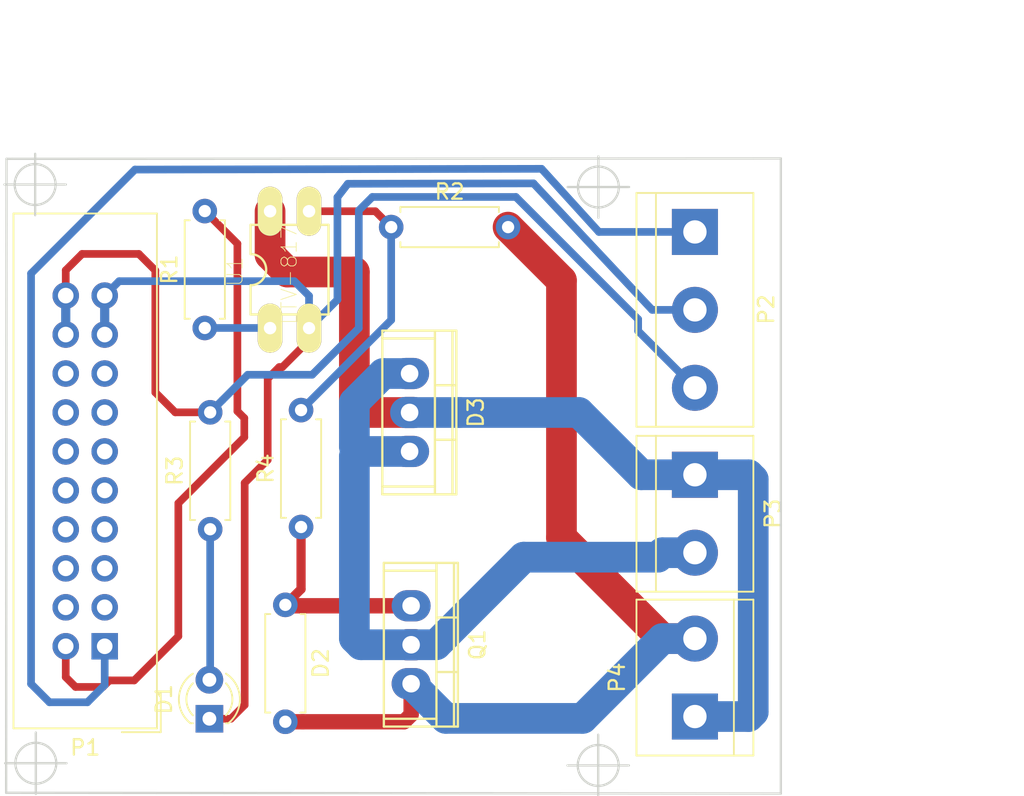
<source format=kicad_pcb>
(kicad_pcb (version 20171114) (host pcbnew "(2017-11-24 revision a01d81e4b)-makepkg")

  (general
    (thickness 1.6)
    (drawings 10)
    (tracks 114)
    (zones 0)
    (modules 13)
    (nets 26)
  )

  (page A4)
  (layers
    (0 F.Cu signal)
    (31 B.Cu signal)
    (32 B.Adhes user)
    (33 F.Adhes user)
    (34 B.Paste user)
    (35 F.Paste user)
    (36 B.SilkS user)
    (37 F.SilkS user)
    (38 B.Mask user)
    (39 F.Mask user)
    (40 Dwgs.User user)
    (41 Cmts.User user)
    (42 Eco1.User user)
    (43 Eco2.User user)
    (44 Edge.Cuts user)
    (45 Margin user)
    (46 B.CrtYd user)
    (47 F.CrtYd user)
    (48 B.Fab user)
    (49 F.Fab user)
  )

  (setup
    (last_trace_width 0.5)
    (user_trace_width 0.5)
    (user_trace_width 0.6)
    (user_trace_width 0.7)
    (user_trace_width 0.8)
    (user_trace_width 0.9)
    (user_trace_width 1)
    (user_trace_width 2)
    (user_trace_width 3)
    (trace_clearance 0.2)
    (zone_clearance 0.508)
    (zone_45_only no)
    (trace_min 0.26)
    (segment_width 0.2)
    (edge_width 0.15)
    (via_size 1)
    (via_drill 0.6)
    (via_min_size 1)
    (via_min_drill 0.6)
    (user_via 1 0.6)
    (uvia_size 0.3)
    (uvia_drill 0.1)
    (uvias_allowed no)
    (uvia_min_size 0.2)
    (uvia_min_drill 0.1)
    (pcb_text_width 0.3)
    (pcb_text_size 1.5 1.5)
    (mod_edge_width 0.15)
    (mod_text_size 1 1)
    (mod_text_width 0.15)
    (pad_size 3.2 1.6)
    (pad_drill 0.8128)
    (pad_to_mask_clearance 0.2)
    (aux_axis_origin 0 0)
    (visible_elements 7FFFFFFF)
    (pcbplotparams
      (layerselection 0x010f0_ffffffff)
      (usegerberextensions false)
      (usegerberattributes false)
      (usegerberadvancedattributes false)
      (creategerberjobfile false)
      (excludeedgelayer true)
      (linewidth 0.100000)
      (plotframeref false)
      (viasonmask false)
      (mode 1)
      (useauxorigin false)
      (hpglpennumber 1)
      (hpglpenspeed 20)
      (hpglpendiameter 15)
      (psnegative false)
      (psa4output false)
      (plotreference false)
      (plotvalue false)
      (plotinvisibletext false)
      (padsonsilk false)
      (subtractmaskfromsilk false)
      (outputformat 1)
      (mirror false)
      (drillshape 0)
      (scaleselection 1)
      (outputdirectory ""))
  )

  (net 0 "")
  (net 1 GND)
  (net 2 "Net-(D1-Pad2)")
  (net 3 "Net-(D2-Pad1)")
  (net 4 gnd1)
  (net 5 Motor1)
  (net 6 Motor2)
  (net 7 encoder)
  (net 8 pwm)
  (net 9 "Net-(P1-Pad3)")
  (net 10 "Net-(P1-Pad4)")
  (net 11 "Net-(P1-Pad5)")
  (net 12 "Net-(P1-Pad6)")
  (net 13 "Net-(P1-Pad7)")
  (net 14 "Net-(P1-Pad8)")
  (net 15 "Net-(P1-Pad9)")
  (net 16 "Net-(P1-Pad10)")
  (net 17 "Net-(P1-Pad11)")
  (net 18 "Net-(P1-Pad12)")
  (net 19 "Net-(P1-Pad13)")
  (net 20 "Net-(P1-Pad14)")
  (net 21 "Net-(P1-Pad15)")
  (net 22 "Net-(P1-Pad16)")
  (net 23 VCC)
  (net 24 "Net-(R1-Pad1)")
  (net 25 "Net-(R2-Pad1)")

  (net_class Default "This is the default net class."
    (clearance 0.2)
    (trace_width 0.25)
    (via_dia 1)
    (via_drill 0.6)
    (uvia_dia 0.3)
    (uvia_drill 0.1)
    (add_net GND)
    (add_net Motor1)
    (add_net Motor2)
    (add_net "Net-(D1-Pad2)")
    (add_net "Net-(D2-Pad1)")
    (add_net "Net-(P1-Pad10)")
    (add_net "Net-(P1-Pad11)")
    (add_net "Net-(P1-Pad12)")
    (add_net "Net-(P1-Pad13)")
    (add_net "Net-(P1-Pad14)")
    (add_net "Net-(P1-Pad15)")
    (add_net "Net-(P1-Pad16)")
    (add_net "Net-(P1-Pad3)")
    (add_net "Net-(P1-Pad4)")
    (add_net "Net-(P1-Pad5)")
    (add_net "Net-(P1-Pad6)")
    (add_net "Net-(P1-Pad7)")
    (add_net "Net-(P1-Pad8)")
    (add_net "Net-(P1-Pad9)")
    (add_net "Net-(R1-Pad1)")
    (add_net "Net-(R2-Pad1)")
    (add_net VCC)
    (add_net encoder)
    (add_net gnd1)
    (add_net pwm)
  )

  (module LEDs:LED_D3.0mm (layer F.Cu) (tedit 587A3A7B) (tstamp 5A1063EC)
    (at 112.05 121.925 90)
    (descr "LED, diameter 3.0mm, 2 pins")
    (tags "LED diameter 3.0mm 2 pins")
    (path /5A10AC09)
    (fp_text reference D1 (at 1.27 -2.96 90) (layer F.SilkS)
      (effects (font (size 1 1) (thickness 0.15)))
    )
    (fp_text value LED (at 1.27 2.96 90) (layer F.Fab)
      (effects (font (size 1 1) (thickness 0.15)))
    )
    (fp_arc (start 1.27 0) (end -0.23 -1.16619) (angle 284.3) (layer F.Fab) (width 0.1))
    (fp_arc (start 1.27 0) (end -0.29 -1.235516) (angle 108.8) (layer F.SilkS) (width 0.12))
    (fp_arc (start 1.27 0) (end -0.29 1.235516) (angle -108.8) (layer F.SilkS) (width 0.12))
    (fp_arc (start 1.27 0) (end 0.229039 -1.08) (angle 87.9) (layer F.SilkS) (width 0.12))
    (fp_arc (start 1.27 0) (end 0.229039 1.08) (angle -87.9) (layer F.SilkS) (width 0.12))
    (fp_circle (center 1.27 0) (end 2.77 0) (layer F.Fab) (width 0.1))
    (fp_line (start -0.23 -1.16619) (end -0.23 1.16619) (layer F.Fab) (width 0.1))
    (fp_line (start -0.29 -1.236) (end -0.29 -1.08) (layer F.SilkS) (width 0.12))
    (fp_line (start -0.29 1.08) (end -0.29 1.236) (layer F.SilkS) (width 0.12))
    (fp_line (start -1.15 -2.25) (end -1.15 2.25) (layer F.CrtYd) (width 0.05))
    (fp_line (start -1.15 2.25) (end 3.7 2.25) (layer F.CrtYd) (width 0.05))
    (fp_line (start 3.7 2.25) (end 3.7 -2.25) (layer F.CrtYd) (width 0.05))
    (fp_line (start 3.7 -2.25) (end -1.15 -2.25) (layer F.CrtYd) (width 0.05))
    (pad 1 thru_hole rect (at 0 0 90) (size 1.8 1.8) (drill 0.9) (layers *.Cu *.Mask)
      (net 1 GND))
    (pad 2 thru_hole circle (at 2.54 0 90) (size 1.8 1.8) (drill 0.9) (layers *.Cu *.Mask)
      (net 2 "Net-(D1-Pad2)"))
    (model ${KISYS3DMOD}/LEDs.3dshapes/LED_D3.0mm.wrl
      (at (xyz 0 0 0))
      (scale (xyz 0.393701 0.393701 0.393701))
      (rotate (xyz 0 0 0))
    )
  )

  (module Resistors_ThroughHole:R_Axial_DIN0207_L6.3mm_D2.5mm_P7.62mm_Horizontal (layer F.Cu) (tedit 5874F706) (tstamp 5A1063F2)
    (at 117 114.5 270)
    (descr "Resistor, Axial_DIN0207 series, Axial, Horizontal, pin pitch=7.62mm, 0.25W = 1/4W, length*diameter=6.3*2.5mm^2, http://cdn-reichelt.de/documents/datenblatt/B400/1_4W%23YAG.pdf")
    (tags "Resistor Axial_DIN0207 series Axial Horizontal pin pitch 7.62mm 0.25W = 1/4W length 6.3mm diameter 2.5mm")
    (path /5A105788)
    (fp_text reference D2 (at 3.81 -2.31 270) (layer F.SilkS)
      (effects (font (size 1 1) (thickness 0.15)))
    )
    (fp_text value D_Zener (at 3.81 2.31 270) (layer F.Fab)
      (effects (font (size 1 1) (thickness 0.15)))
    )
    (fp_line (start 0.66 -1.25) (end 0.66 1.25) (layer F.Fab) (width 0.1))
    (fp_line (start 0.66 1.25) (end 6.96 1.25) (layer F.Fab) (width 0.1))
    (fp_line (start 6.96 1.25) (end 6.96 -1.25) (layer F.Fab) (width 0.1))
    (fp_line (start 6.96 -1.25) (end 0.66 -1.25) (layer F.Fab) (width 0.1))
    (fp_line (start 0 0) (end 0.66 0) (layer F.Fab) (width 0.1))
    (fp_line (start 7.62 0) (end 6.96 0) (layer F.Fab) (width 0.1))
    (fp_line (start 0.6 -0.98) (end 0.6 -1.31) (layer F.SilkS) (width 0.12))
    (fp_line (start 0.6 -1.31) (end 7.02 -1.31) (layer F.SilkS) (width 0.12))
    (fp_line (start 7.02 -1.31) (end 7.02 -0.98) (layer F.SilkS) (width 0.12))
    (fp_line (start 0.6 0.98) (end 0.6 1.31) (layer F.SilkS) (width 0.12))
    (fp_line (start 0.6 1.31) (end 7.02 1.31) (layer F.SilkS) (width 0.12))
    (fp_line (start 7.02 1.31) (end 7.02 0.98) (layer F.SilkS) (width 0.12))
    (fp_line (start -1.05 -1.6) (end -1.05 1.6) (layer F.CrtYd) (width 0.05))
    (fp_line (start -1.05 1.6) (end 8.7 1.6) (layer F.CrtYd) (width 0.05))
    (fp_line (start 8.7 1.6) (end 8.7 -1.6) (layer F.CrtYd) (width 0.05))
    (fp_line (start 8.7 -1.6) (end -1.05 -1.6) (layer F.CrtYd) (width 0.05))
    (pad 1 thru_hole circle (at 0 0 270) (size 1.6 1.6) (drill 0.8) (layers *.Cu *.Mask)
      (net 3 "Net-(D2-Pad1)"))
    (pad 2 thru_hole oval (at 7.62 0 270) (size 1.6 1.6) (drill 0.8) (layers *.Cu *.Mask)
      (net 4 gnd1))
    (model ${KISYS3DMOD}/Resistors_THT.3dshapes/R_Axial_DIN0207_L6.3mm_D2.5mm_P7.62mm_Horizontal.wrl
      (at (xyz 0 0 0))
      (scale (xyz 0.393701 0.393701 0.393701))
      (rotate (xyz 0 0 0))
    )
  )

  (module Power_Integrations:TO-220 (layer F.Cu) (tedit 0) (tstamp 5A1063F9)
    (at 125.1 101.96 270)
    (descr "Non Isolated JEDEC TO-220 Package")
    (tags "Power Integration YN Package")
    (path /5A109497)
    (fp_text reference D3 (at 0 -4.318 270) (layer F.SilkS)
      (effects (font (size 1 1) (thickness 0.15)))
    )
    (fp_text value D_motor (at 0 -4.318 270) (layer F.Fab)
      (effects (font (size 1 1) (thickness 0.15)))
    )
    (fp_line (start 4.826 -1.651) (end 4.826 1.778) (layer F.SilkS) (width 0.15))
    (fp_line (start -4.826 -1.651) (end -4.826 1.778) (layer F.SilkS) (width 0.15))
    (fp_line (start 5.334 -2.794) (end -5.334 -2.794) (layer F.SilkS) (width 0.15))
    (fp_line (start 1.778 -1.778) (end 1.778 -3.048) (layer F.SilkS) (width 0.15))
    (fp_line (start -1.778 -1.778) (end -1.778 -3.048) (layer F.SilkS) (width 0.15))
    (fp_line (start -5.334 -1.651) (end 5.334 -1.651) (layer F.SilkS) (width 0.15))
    (fp_line (start 5.334 1.778) (end -5.334 1.778) (layer F.SilkS) (width 0.15))
    (fp_line (start -5.334 -3.048) (end -5.334 1.778) (layer F.SilkS) (width 0.15))
    (fp_line (start 5.334 -3.048) (end 5.334 1.778) (layer F.SilkS) (width 0.15))
    (fp_line (start 5.334 -3.048) (end -5.334 -3.048) (layer F.SilkS) (width 0.15))
    (pad 2 thru_hole oval (at 0 0 270) (size 2.032 2.54) (drill 1.143) (layers *.Cu *.Mask)
      (net 5 Motor1))
    (pad 3 thru_hole oval (at 2.54 0 270) (size 2.032 2.54) (drill 1.143) (layers *.Cu *.Mask)
      (net 6 Motor2))
    (pad 1 thru_hole oval (at -2.54 0 270) (size 2.032 2.54) (drill 1.143) (layers *.Cu *.Mask)
      (net 6 Motor2))
  )

  (module Connectors_IDC:IDC-Header_2x10_Pitch2.54mm_Straight (layer F.Cu) (tedit 59DE0251) (tstamp 5A52E44C)
    (at 105.225 117.2 180)
    (descr "20 pins through hole IDC header")
    (tags "IDC header socket VASCH")
    (path /5A104C0C)
    (fp_text reference P1 (at 1.27 -6.604 180) (layer F.SilkS)
      (effects (font (size 1 1) (thickness 0.15)))
    )
    (fp_text value CONN_02X10 (at 1.27 29.464 180) (layer F.Fab)
      (effects (font (size 1 1) (thickness 0.15)))
    )
    (fp_text user %R (at 1.27 11.43 180) (layer F.Fab)
      (effects (font (size 1 1) (thickness 0.15)))
    )
    (fp_line (start 5.695 -5.1) (end 5.695 27.96) (layer F.Fab) (width 0.1))
    (fp_line (start 5.145 -4.56) (end 5.145 27.4) (layer F.Fab) (width 0.1))
    (fp_line (start -3.155 -5.1) (end -3.155 27.96) (layer F.Fab) (width 0.1))
    (fp_line (start -2.605 -4.56) (end -2.605 9.18) (layer F.Fab) (width 0.1))
    (fp_line (start -2.605 13.68) (end -2.605 27.4) (layer F.Fab) (width 0.1))
    (fp_line (start -2.605 9.18) (end -3.155 9.18) (layer F.Fab) (width 0.1))
    (fp_line (start -2.605 13.68) (end -3.155 13.68) (layer F.Fab) (width 0.1))
    (fp_line (start 5.695 -5.1) (end -3.155 -5.1) (layer F.Fab) (width 0.1))
    (fp_line (start 5.145 -4.56) (end -2.605 -4.56) (layer F.Fab) (width 0.1))
    (fp_line (start 5.695 27.96) (end -3.155 27.96) (layer F.Fab) (width 0.1))
    (fp_line (start 5.145 27.4) (end -2.605 27.4) (layer F.Fab) (width 0.1))
    (fp_line (start 5.695 -5.1) (end 5.145 -4.56) (layer F.Fab) (width 0.1))
    (fp_line (start 5.695 27.96) (end 5.145 27.4) (layer F.Fab) (width 0.1))
    (fp_line (start -3.155 -5.1) (end -2.605 -4.56) (layer F.Fab) (width 0.1))
    (fp_line (start -3.155 27.96) (end -2.605 27.4) (layer F.Fab) (width 0.1))
    (fp_line (start 6.2 -5.85) (end 6.2 28.46) (layer F.CrtYd) (width 0.05))
    (fp_line (start 6.2 28.46) (end -3.91 28.46) (layer F.CrtYd) (width 0.05))
    (fp_line (start -3.91 28.46) (end -3.91 -5.85) (layer F.CrtYd) (width 0.05))
    (fp_line (start -3.91 -5.85) (end 6.2 -5.85) (layer F.CrtYd) (width 0.05))
    (fp_line (start 5.945 -5.35) (end 5.945 28.21) (layer F.SilkS) (width 0.12))
    (fp_line (start 5.945 28.21) (end -3.405 28.21) (layer F.SilkS) (width 0.12))
    (fp_line (start -3.405 28.21) (end -3.405 -5.35) (layer F.SilkS) (width 0.12))
    (fp_line (start -3.405 -5.35) (end 5.945 -5.35) (layer F.SilkS) (width 0.12))
    (fp_line (start -3.655 -5.6) (end -3.655 -3.06) (layer F.SilkS) (width 0.12))
    (fp_line (start -3.655 -5.6) (end -1.115 -5.6) (layer F.SilkS) (width 0.12))
    (pad 1 thru_hole rect (at 0 0 180) (size 1.7272 1.7272) (drill 1.016) (layers *.Cu *.Mask)
      (net 7 encoder))
    (pad 2 thru_hole oval (at 2.54 0 180) (size 1.7272 1.7272) (drill 1.016) (layers *.Cu *.Mask)
      (net 8 pwm))
    (pad 3 thru_hole oval (at 0 2.54 180) (size 1.7272 1.7272) (drill 1.016) (layers *.Cu *.Mask)
      (net 9 "Net-(P1-Pad3)"))
    (pad 4 thru_hole oval (at 2.54 2.54 180) (size 1.7272 1.7272) (drill 1.016) (layers *.Cu *.Mask)
      (net 10 "Net-(P1-Pad4)"))
    (pad 5 thru_hole oval (at 0 5.08 180) (size 1.7272 1.7272) (drill 1.016) (layers *.Cu *.Mask)
      (net 11 "Net-(P1-Pad5)"))
    (pad 6 thru_hole oval (at 2.54 5.08 180) (size 1.7272 1.7272) (drill 1.016) (layers *.Cu *.Mask)
      (net 12 "Net-(P1-Pad6)"))
    (pad 7 thru_hole oval (at 0 7.62 180) (size 1.7272 1.7272) (drill 1.016) (layers *.Cu *.Mask)
      (net 13 "Net-(P1-Pad7)"))
    (pad 8 thru_hole oval (at 2.54 7.62 180) (size 1.7272 1.7272) (drill 1.016) (layers *.Cu *.Mask)
      (net 14 "Net-(P1-Pad8)"))
    (pad 9 thru_hole oval (at 0 10.16 180) (size 1.7272 1.7272) (drill 1.016) (layers *.Cu *.Mask)
      (net 15 "Net-(P1-Pad9)"))
    (pad 10 thru_hole oval (at 2.54 10.16 180) (size 1.7272 1.7272) (drill 1.016) (layers *.Cu *.Mask)
      (net 16 "Net-(P1-Pad10)"))
    (pad 11 thru_hole oval (at 0 12.7 180) (size 1.7272 1.7272) (drill 1.016) (layers *.Cu *.Mask)
      (net 17 "Net-(P1-Pad11)"))
    (pad 12 thru_hole oval (at 2.54 12.7 180) (size 1.7272 1.7272) (drill 1.016) (layers *.Cu *.Mask)
      (net 18 "Net-(P1-Pad12)"))
    (pad 13 thru_hole oval (at 0 15.24 180) (size 1.7272 1.7272) (drill 1.016) (layers *.Cu *.Mask)
      (net 19 "Net-(P1-Pad13)"))
    (pad 14 thru_hole oval (at 2.54 15.24 180) (size 1.7272 1.7272) (drill 1.016) (layers *.Cu *.Mask)
      (net 20 "Net-(P1-Pad14)"))
    (pad 15 thru_hole oval (at 0 17.78 180) (size 1.7272 1.7272) (drill 1.016) (layers *.Cu *.Mask)
      (net 21 "Net-(P1-Pad15)"))
    (pad 16 thru_hole oval (at 2.54 17.78 180) (size 1.7272 1.7272) (drill 1.016) (layers *.Cu *.Mask)
      (net 22 "Net-(P1-Pad16)"))
    (pad 17 thru_hole oval (at 0 20.32 180) (size 1.7272 1.7272) (drill 1.016) (layers *.Cu *.Mask)
      (net 1 GND))
    (pad 18 thru_hole oval (at 2.54 20.32 180) (size 1.7272 1.7272) (drill 1.016) (layers *.Cu *.Mask)
      (net 23 VCC))
    (pad 19 thru_hole oval (at 0 22.86 180) (size 1.7272 1.7272) (drill 1.016) (layers *.Cu *.Mask)
      (net 1 GND))
    (pad 20 thru_hole oval (at 2.54 22.86 180) (size 1.7272 1.7272) (drill 1.016) (layers *.Cu *.Mask)
      (net 23 VCC))
    (model ${KISYS3DMOD}/Connectors_IDC.3dshapes/IDC-Header_2x10_Pitch2.54mm_Straight.wrl
      (at (xyz 0 0 0))
      (scale (xyz 1 1 1))
      (rotate (xyz 0 0 0))
    )
  )

  (module Terminal_Blocks:TerminalBlock_bornier-3_P5.08mm (layer F.Cu) (tedit 59FF03B9) (tstamp 5A106418)
    (at 143.7 90.19 270)
    (descr "simple 3-pin terminal block, pitch 5.08mm, revamped version of bornier3")
    (tags "terminal block bornier3")
    (path /5A10BAEC)
    (fp_text reference P2 (at 5.05 -4.65 270) (layer F.SilkS)
      (effects (font (size 1 1) (thickness 0.15)))
    )
    (fp_text value CONN_01X03 (at 4.4 5.925 270) (layer F.Fab)
      (effects (font (size 1 1) (thickness 0.15)))
    )
    (fp_text user %R (at 5.08 0 270) (layer F.Fab)
      (effects (font (size 1 1) (thickness 0.15)))
    )
    (fp_line (start -2.47 2.55) (end 12.63 2.55) (layer F.Fab) (width 0.1))
    (fp_line (start -2.47 -3.75) (end 12.63 -3.75) (layer F.Fab) (width 0.1))
    (fp_line (start 12.63 -3.75) (end 12.63 3.75) (layer F.Fab) (width 0.1))
    (fp_line (start 12.63 3.75) (end -2.47 3.75) (layer F.Fab) (width 0.1))
    (fp_line (start -2.47 3.75) (end -2.47 -3.75) (layer F.Fab) (width 0.1))
    (fp_line (start -2.54 3.81) (end -2.54 -3.81) (layer F.SilkS) (width 0.12))
    (fp_line (start 12.7 3.81) (end 12.7 -3.81) (layer F.SilkS) (width 0.12))
    (fp_line (start -2.54 2.54) (end 12.7 2.54) (layer F.SilkS) (width 0.12))
    (fp_line (start -2.54 -3.81) (end 12.7 -3.81) (layer F.SilkS) (width 0.12))
    (fp_line (start -2.54 3.81) (end 12.7 3.81) (layer F.SilkS) (width 0.12))
    (fp_line (start -2.72 -4) (end 12.88 -4) (layer F.CrtYd) (width 0.05))
    (fp_line (start -2.72 -4) (end -2.72 4) (layer F.CrtYd) (width 0.05))
    (fp_line (start 12.88 4) (end 12.88 -4) (layer F.CrtYd) (width 0.05))
    (fp_line (start 12.88 4) (end -2.72 4) (layer F.CrtYd) (width 0.05))
    (pad 1 thru_hole rect (at 0 0 270) (size 3 3) (drill 1.52) (layers *.Cu *.Mask)
      (net 7 encoder))
    (pad 2 thru_hole circle (at 5.08 0 270) (size 3 3) (drill 1.52) (layers *.Cu *.Mask)
      (net 1 GND))
    (pad 3 thru_hole circle (at 10.16 0 270) (size 3 3) (drill 1.52) (layers *.Cu *.Mask)
      (net 23 VCC))
    (model ${KISYS3DMOD}/Terminal_Blocks.3dshapes/TerminalBlock_bornier-3_P5.08mm.wrl
      (at (xyz 5.079999923706055 0 0))
      (scale (xyz 1 1 1))
      (rotate (xyz 0 0 0))
    )
  )

  (module Terminal_Blocks:TerminalBlock_bornier-2_P5.08mm (layer F.Cu) (tedit 59FF03AB) (tstamp 5A10641E)
    (at 143.7 106.02 270)
    (descr "simple 2-pin terminal block, pitch 5.08mm, revamped version of bornier2")
    (tags "terminal block bornier2")
    (path /5A10C743)
    (fp_text reference P3 (at 2.54 -5.08 270) (layer F.SilkS)
      (effects (font (size 1 1) (thickness 0.15)))
    )
    (fp_text value CONN_01X02 (at 2.54 5.08 270) (layer F.Fab)
      (effects (font (size 1 1) (thickness 0.15)))
    )
    (fp_text user %R (at 2.9 2.6 270) (layer F.Fab)
      (effects (font (size 1 1) (thickness 0.15)))
    )
    (fp_line (start -2.41 2.55) (end 7.49 2.55) (layer F.Fab) (width 0.1))
    (fp_line (start -2.46 -3.75) (end -2.46 3.75) (layer F.Fab) (width 0.1))
    (fp_line (start -2.46 3.75) (end 7.54 3.75) (layer F.Fab) (width 0.1))
    (fp_line (start 7.54 3.75) (end 7.54 -3.75) (layer F.Fab) (width 0.1))
    (fp_line (start 7.54 -3.75) (end -2.46 -3.75) (layer F.Fab) (width 0.1))
    (fp_line (start 7.62 2.54) (end -2.54 2.54) (layer F.SilkS) (width 0.12))
    (fp_line (start 7.62 3.81) (end 7.62 -3.81) (layer F.SilkS) (width 0.12))
    (fp_line (start 7.62 -3.81) (end -2.54 -3.81) (layer F.SilkS) (width 0.12))
    (fp_line (start -2.54 -3.81) (end -2.54 3.81) (layer F.SilkS) (width 0.12))
    (fp_line (start -2.54 3.81) (end 7.62 3.81) (layer F.SilkS) (width 0.12))
    (fp_line (start -2.71 -4) (end 7.79 -4) (layer F.CrtYd) (width 0.05))
    (fp_line (start -2.71 -4) (end -2.71 4) (layer F.CrtYd) (width 0.05))
    (fp_line (start 7.79 4) (end 7.79 -4) (layer F.CrtYd) (width 0.05))
    (fp_line (start 7.79 4) (end -2.71 4) (layer F.CrtYd) (width 0.05))
    (pad 1 thru_hole rect (at 0 0 270) (size 3 3) (drill 1.52) (layers *.Cu *.Mask)
      (net 5 Motor1))
    (pad 2 thru_hole circle (at 5.08 0 270) (size 3 3) (drill 1.52) (layers *.Cu *.Mask)
      (net 6 Motor2))
    (model ${KISYS3DMOD}/Terminal_Blocks.3dshapes/TerminalBlock_bornier-2_P5.08mm.wrl
      (at (xyz 2.539999961853027 0 0))
      (scale (xyz 1 1 1))
      (rotate (xyz 0 0 0))
    )
  )

  (module Terminal_Blocks:TerminalBlock_bornier-2_P5.08mm (layer F.Cu) (tedit 59FF03AB) (tstamp 5A106424)
    (at 143.7 121.78 90)
    (descr "simple 2-pin terminal block, pitch 5.08mm, revamped version of bornier2")
    (tags "terminal block bornier2")
    (path /5A10D0A3)
    (fp_text reference P4 (at 2.54 -5.08 90) (layer F.SilkS)
      (effects (font (size 1 1) (thickness 0.15)))
    )
    (fp_text value CONN_01X02 (at 2.54 5.08 90) (layer F.Fab)
      (effects (font (size 1 1) (thickness 0.15)))
    )
    (fp_text user %R (at 2.54 0 90) (layer F.Fab)
      (effects (font (size 1 1) (thickness 0.15)))
    )
    (fp_line (start -2.41 2.55) (end 7.49 2.55) (layer F.Fab) (width 0.1))
    (fp_line (start -2.46 -3.75) (end -2.46 3.75) (layer F.Fab) (width 0.1))
    (fp_line (start -2.46 3.75) (end 7.54 3.75) (layer F.Fab) (width 0.1))
    (fp_line (start 7.54 3.75) (end 7.54 -3.75) (layer F.Fab) (width 0.1))
    (fp_line (start 7.54 -3.75) (end -2.46 -3.75) (layer F.Fab) (width 0.1))
    (fp_line (start 7.62 2.54) (end -2.54 2.54) (layer F.SilkS) (width 0.12))
    (fp_line (start 7.62 3.81) (end 7.62 -3.81) (layer F.SilkS) (width 0.12))
    (fp_line (start 7.62 -3.81) (end -2.54 -3.81) (layer F.SilkS) (width 0.12))
    (fp_line (start -2.54 -3.81) (end -2.54 3.81) (layer F.SilkS) (width 0.12))
    (fp_line (start -2.54 3.81) (end 7.62 3.81) (layer F.SilkS) (width 0.12))
    (fp_line (start -2.71 -4) (end 7.79 -4) (layer F.CrtYd) (width 0.05))
    (fp_line (start -2.71 -4) (end -2.71 4) (layer F.CrtYd) (width 0.05))
    (fp_line (start 7.79 4) (end 7.79 -4) (layer F.CrtYd) (width 0.05))
    (fp_line (start 7.79 4) (end -2.71 4) (layer F.CrtYd) (width 0.05))
    (pad 1 thru_hole rect (at 0 0 90) (size 3 3) (drill 1.52) (layers *.Cu *.Mask)
      (net 5 Motor1))
    (pad 2 thru_hole circle (at 5.08 0 90) (size 3 3) (drill 1.52) (layers *.Cu *.Mask)
      (net 4 gnd1))
    (model ${KISYS3DMOD}/Terminal_Blocks.3dshapes/TerminalBlock_bornier-2_P5.08mm.wrl
      (at (xyz 2.539999961853027 0 0))
      (scale (xyz 1 1 1))
      (rotate (xyz 0 0 0))
    )
  )

  (module Power_Integrations:TO-220 (layer F.Cu) (tedit 0) (tstamp 5A10642B)
    (at 125.2 117.1 270)
    (descr "Non Isolated JEDEC TO-220 Package")
    (tags "Power Integration YN Package")
    (path /5A10537C)
    (fp_text reference Q1 (at 0 -4.318 270) (layer F.SilkS)
      (effects (font (size 1 1) (thickness 0.15)))
    )
    (fp_text value IRF540N (at 0 -4.318 270) (layer F.Fab)
      (effects (font (size 1 1) (thickness 0.15)))
    )
    (fp_line (start 4.826 -1.651) (end 4.826 1.778) (layer F.SilkS) (width 0.15))
    (fp_line (start -4.826 -1.651) (end -4.826 1.778) (layer F.SilkS) (width 0.15))
    (fp_line (start 5.334 -2.794) (end -5.334 -2.794) (layer F.SilkS) (width 0.15))
    (fp_line (start 1.778 -1.778) (end 1.778 -3.048) (layer F.SilkS) (width 0.15))
    (fp_line (start -1.778 -1.778) (end -1.778 -3.048) (layer F.SilkS) (width 0.15))
    (fp_line (start -5.334 -1.651) (end 5.334 -1.651) (layer F.SilkS) (width 0.15))
    (fp_line (start 5.334 1.778) (end -5.334 1.778) (layer F.SilkS) (width 0.15))
    (fp_line (start -5.334 -3.048) (end -5.334 1.778) (layer F.SilkS) (width 0.15))
    (fp_line (start 5.334 -3.048) (end 5.334 1.778) (layer F.SilkS) (width 0.15))
    (fp_line (start 5.334 -3.048) (end -5.334 -3.048) (layer F.SilkS) (width 0.15))
    (pad 2 thru_hole oval (at 0 0 270) (size 2.032 2.54) (drill 1.143) (layers *.Cu *.Mask)
      (net 6 Motor2))
    (pad 3 thru_hole oval (at 2.54 0 270) (size 2.032 2.54) (drill 1.143) (layers *.Cu *.Mask)
      (net 4 gnd1))
    (pad 1 thru_hole oval (at -2.54 0 270) (size 2.032 2.54) (drill 1.143) (layers *.Cu *.Mask)
      (net 3 "Net-(D2-Pad1)"))
  )

  (module Resistors_ThroughHole:R_Axial_DIN0207_L6.3mm_D2.5mm_P7.62mm_Horizontal (layer F.Cu) (tedit 5874F706) (tstamp 5A106431)
    (at 111.75 96.45 90)
    (descr "Resistor, Axial_DIN0207 series, Axial, Horizontal, pin pitch=7.62mm, 0.25W = 1/4W, length*diameter=6.3*2.5mm^2, http://cdn-reichelt.de/documents/datenblatt/B400/1_4W%23YAG.pdf")
    (tags "Resistor Axial_DIN0207 series Axial Horizontal pin pitch 7.62mm 0.25W = 1/4W length 6.3mm diameter 2.5mm")
    (path /5A1077B0)
    (fp_text reference R1 (at 3.81 -2.31 90) (layer F.SilkS)
      (effects (font (size 1 1) (thickness 0.15)))
    )
    (fp_text value R (at 3.81 2.31 90) (layer F.Fab)
      (effects (font (size 1 1) (thickness 0.15)))
    )
    (fp_line (start 0.66 -1.25) (end 0.66 1.25) (layer F.Fab) (width 0.1))
    (fp_line (start 0.66 1.25) (end 6.96 1.25) (layer F.Fab) (width 0.1))
    (fp_line (start 6.96 1.25) (end 6.96 -1.25) (layer F.Fab) (width 0.1))
    (fp_line (start 6.96 -1.25) (end 0.66 -1.25) (layer F.Fab) (width 0.1))
    (fp_line (start 0 0) (end 0.66 0) (layer F.Fab) (width 0.1))
    (fp_line (start 7.62 0) (end 6.96 0) (layer F.Fab) (width 0.1))
    (fp_line (start 0.6 -0.98) (end 0.6 -1.31) (layer F.SilkS) (width 0.12))
    (fp_line (start 0.6 -1.31) (end 7.02 -1.31) (layer F.SilkS) (width 0.12))
    (fp_line (start 7.02 -1.31) (end 7.02 -0.98) (layer F.SilkS) (width 0.12))
    (fp_line (start 0.6 0.98) (end 0.6 1.31) (layer F.SilkS) (width 0.12))
    (fp_line (start 0.6 1.31) (end 7.02 1.31) (layer F.SilkS) (width 0.12))
    (fp_line (start 7.02 1.31) (end 7.02 0.98) (layer F.SilkS) (width 0.12))
    (fp_line (start -1.05 -1.6) (end -1.05 1.6) (layer F.CrtYd) (width 0.05))
    (fp_line (start -1.05 1.6) (end 8.7 1.6) (layer F.CrtYd) (width 0.05))
    (fp_line (start 8.7 1.6) (end 8.7 -1.6) (layer F.CrtYd) (width 0.05))
    (fp_line (start 8.7 -1.6) (end -1.05 -1.6) (layer F.CrtYd) (width 0.05))
    (pad 1 thru_hole circle (at 0 0 90) (size 1.6 1.6) (drill 0.8) (layers *.Cu *.Mask)
      (net 24 "Net-(R1-Pad1)"))
    (pad 2 thru_hole oval (at 7.62 0 90) (size 1.6 1.6) (drill 0.8) (layers *.Cu *.Mask)
      (net 8 pwm))
    (model ${KISYS3DMOD}/Resistors_THT.3dshapes/R_Axial_DIN0207_L6.3mm_D2.5mm_P7.62mm_Horizontal.wrl
      (at (xyz 0 0 0))
      (scale (xyz 0.393701 0.393701 0.393701))
      (rotate (xyz 0 0 0))
    )
  )

  (module Resistors_ThroughHole:R_Axial_DIN0207_L6.3mm_D2.5mm_P7.62mm_Horizontal (layer F.Cu) (tedit 5874F706) (tstamp 5A106437)
    (at 123.9 89.875)
    (descr "Resistor, Axial_DIN0207 series, Axial, Horizontal, pin pitch=7.62mm, 0.25W = 1/4W, length*diameter=6.3*2.5mm^2, http://cdn-reichelt.de/documents/datenblatt/B400/1_4W%23YAG.pdf")
    (tags "Resistor Axial_DIN0207 series Axial Horizontal pin pitch 7.62mm 0.25W = 1/4W length 6.3mm diameter 2.5mm")
    (path /5A109E15)
    (fp_text reference R2 (at 3.81 -2.31) (layer F.SilkS)
      (effects (font (size 1 1) (thickness 0.15)))
    )
    (fp_text value R (at 2.095 -0.2) (layer F.Fab)
      (effects (font (size 1 1) (thickness 0.15)))
    )
    (fp_line (start 0.66 -1.25) (end 0.66 1.25) (layer F.Fab) (width 0.1))
    (fp_line (start 0.66 1.25) (end 6.96 1.25) (layer F.Fab) (width 0.1))
    (fp_line (start 6.96 1.25) (end 6.96 -1.25) (layer F.Fab) (width 0.1))
    (fp_line (start 6.96 -1.25) (end 0.66 -1.25) (layer F.Fab) (width 0.1))
    (fp_line (start 0 0) (end 0.66 0) (layer F.Fab) (width 0.1))
    (fp_line (start 7.62 0) (end 6.96 0) (layer F.Fab) (width 0.1))
    (fp_line (start 0.6 -0.98) (end 0.6 -1.31) (layer F.SilkS) (width 0.12))
    (fp_line (start 0.6 -1.31) (end 7.02 -1.31) (layer F.SilkS) (width 0.12))
    (fp_line (start 7.02 -1.31) (end 7.02 -0.98) (layer F.SilkS) (width 0.12))
    (fp_line (start 0.6 0.98) (end 0.6 1.31) (layer F.SilkS) (width 0.12))
    (fp_line (start 0.6 1.31) (end 7.02 1.31) (layer F.SilkS) (width 0.12))
    (fp_line (start 7.02 1.31) (end 7.02 0.98) (layer F.SilkS) (width 0.12))
    (fp_line (start -1.05 -1.6) (end -1.05 1.6) (layer F.CrtYd) (width 0.05))
    (fp_line (start -1.05 1.6) (end 8.7 1.6) (layer F.CrtYd) (width 0.05))
    (fp_line (start 8.7 1.6) (end 8.7 -1.6) (layer F.CrtYd) (width 0.05))
    (fp_line (start 8.7 -1.6) (end -1.05 -1.6) (layer F.CrtYd) (width 0.05))
    (pad 1 thru_hole circle (at 0 0) (size 1.6 1.6) (drill 0.8) (layers *.Cu *.Mask)
      (net 25 "Net-(R2-Pad1)"))
    (pad 2 thru_hole oval (at 7.62 0) (size 1.6 1.6) (drill 0.8) (layers *.Cu *.Mask)
      (net 4 gnd1))
    (model ${KISYS3DMOD}/Resistors_THT.3dshapes/R_Axial_DIN0207_L6.3mm_D2.5mm_P7.62mm_Horizontal.wrl
      (at (xyz 0 0 0))
      (scale (xyz 0.393701 0.393701 0.393701))
      (rotate (xyz 0 0 0))
    )
  )

  (module Resistors_ThroughHole:R_Axial_DIN0207_L6.3mm_D2.5mm_P7.62mm_Horizontal (layer F.Cu) (tedit 5874F706) (tstamp 5A10643D)
    (at 112.1 109.57 90)
    (descr "Resistor, Axial_DIN0207 series, Axial, Horizontal, pin pitch=7.62mm, 0.25W = 1/4W, length*diameter=6.3*2.5mm^2, http://cdn-reichelt.de/documents/datenblatt/B400/1_4W%23YAG.pdf")
    (tags "Resistor Axial_DIN0207 series Axial Horizontal pin pitch 7.62mm 0.25W = 1/4W length 6.3mm diameter 2.5mm")
    (path /5A10AADF)
    (fp_text reference R3 (at 3.81 -2.31 90) (layer F.SilkS)
      (effects (font (size 1 1) (thickness 0.15)))
    )
    (fp_text value R (at 3.81 2.31 90) (layer F.Fab)
      (effects (font (size 1 1) (thickness 0.15)))
    )
    (fp_line (start 0.66 -1.25) (end 0.66 1.25) (layer F.Fab) (width 0.1))
    (fp_line (start 0.66 1.25) (end 6.96 1.25) (layer F.Fab) (width 0.1))
    (fp_line (start 6.96 1.25) (end 6.96 -1.25) (layer F.Fab) (width 0.1))
    (fp_line (start 6.96 -1.25) (end 0.66 -1.25) (layer F.Fab) (width 0.1))
    (fp_line (start 0 0) (end 0.66 0) (layer F.Fab) (width 0.1))
    (fp_line (start 7.62 0) (end 6.96 0) (layer F.Fab) (width 0.1))
    (fp_line (start 0.6 -0.98) (end 0.6 -1.31) (layer F.SilkS) (width 0.12))
    (fp_line (start 0.6 -1.31) (end 7.02 -1.31) (layer F.SilkS) (width 0.12))
    (fp_line (start 7.02 -1.31) (end 7.02 -0.98) (layer F.SilkS) (width 0.12))
    (fp_line (start 0.6 0.98) (end 0.6 1.31) (layer F.SilkS) (width 0.12))
    (fp_line (start 0.6 1.31) (end 7.02 1.31) (layer F.SilkS) (width 0.12))
    (fp_line (start 7.02 1.31) (end 7.02 0.98) (layer F.SilkS) (width 0.12))
    (fp_line (start -1.05 -1.6) (end -1.05 1.6) (layer F.CrtYd) (width 0.05))
    (fp_line (start -1.05 1.6) (end 8.7 1.6) (layer F.CrtYd) (width 0.05))
    (fp_line (start 8.7 1.6) (end 8.7 -1.6) (layer F.CrtYd) (width 0.05))
    (fp_line (start 8.7 -1.6) (end -1.05 -1.6) (layer F.CrtYd) (width 0.05))
    (pad 1 thru_hole circle (at 0 0 90) (size 1.6 1.6) (drill 0.8) (layers *.Cu *.Mask)
      (net 2 "Net-(D1-Pad2)"))
    (pad 2 thru_hole oval (at 7.62 0 90) (size 1.6 1.6) (drill 0.8) (layers *.Cu *.Mask)
      (net 23 VCC))
    (model ${KISYS3DMOD}/Resistors_THT.3dshapes/R_Axial_DIN0207_L6.3mm_D2.5mm_P7.62mm_Horizontal.wrl
      (at (xyz 0 0 0))
      (scale (xyz 0.393701 0.393701 0.393701))
      (rotate (xyz 0 0 0))
    )
  )

  (module Resistors_ThroughHole:R_Axial_DIN0207_L6.3mm_D2.5mm_P7.62mm_Horizontal (layer F.Cu) (tedit 5874F706) (tstamp 5A106443)
    (at 118.025 109.425 90)
    (descr "Resistor, Axial_DIN0207 series, Axial, Horizontal, pin pitch=7.62mm, 0.25W = 1/4W, length*diameter=6.3*2.5mm^2, http://cdn-reichelt.de/documents/datenblatt/B400/1_4W%23YAG.pdf")
    (tags "Resistor Axial_DIN0207 series Axial Horizontal pin pitch 7.62mm 0.25W = 1/4W length 6.3mm diameter 2.5mm")
    (path /5A106870)
    (fp_text reference R4 (at 3.81 -2.31 90) (layer F.SilkS)
      (effects (font (size 1 1) (thickness 0.15)))
    )
    (fp_text value R (at 3.81 2.31 90) (layer F.Fab)
      (effects (font (size 1 1) (thickness 0.15)))
    )
    (fp_line (start 0.66 -1.25) (end 0.66 1.25) (layer F.Fab) (width 0.1))
    (fp_line (start 0.66 1.25) (end 6.96 1.25) (layer F.Fab) (width 0.1))
    (fp_line (start 6.96 1.25) (end 6.96 -1.25) (layer F.Fab) (width 0.1))
    (fp_line (start 6.96 -1.25) (end 0.66 -1.25) (layer F.Fab) (width 0.1))
    (fp_line (start 0 0) (end 0.66 0) (layer F.Fab) (width 0.1))
    (fp_line (start 7.62 0) (end 6.96 0) (layer F.Fab) (width 0.1))
    (fp_line (start 0.6 -0.98) (end 0.6 -1.31) (layer F.SilkS) (width 0.12))
    (fp_line (start 0.6 -1.31) (end 7.02 -1.31) (layer F.SilkS) (width 0.12))
    (fp_line (start 7.02 -1.31) (end 7.02 -0.98) (layer F.SilkS) (width 0.12))
    (fp_line (start 0.6 0.98) (end 0.6 1.31) (layer F.SilkS) (width 0.12))
    (fp_line (start 0.6 1.31) (end 7.02 1.31) (layer F.SilkS) (width 0.12))
    (fp_line (start 7.02 1.31) (end 7.02 0.98) (layer F.SilkS) (width 0.12))
    (fp_line (start -1.05 -1.6) (end -1.05 1.6) (layer F.CrtYd) (width 0.05))
    (fp_line (start -1.05 1.6) (end 8.7 1.6) (layer F.CrtYd) (width 0.05))
    (fp_line (start 8.7 1.6) (end 8.7 -1.6) (layer F.CrtYd) (width 0.05))
    (fp_line (start 8.7 -1.6) (end -1.05 -1.6) (layer F.CrtYd) (width 0.05))
    (pad 1 thru_hole circle (at 0 0 90) (size 1.6 1.6) (drill 0.8) (layers *.Cu *.Mask)
      (net 3 "Net-(D2-Pad1)"))
    (pad 2 thru_hole oval (at 7.62 0 90) (size 1.6 1.6) (drill 0.8) (layers *.Cu *.Mask)
      (net 25 "Net-(R2-Pad1)"))
    (model ${KISYS3DMOD}/Resistors_THT.3dshapes/R_Axial_DIN0207_L6.3mm_D2.5mm_P7.62mm_Horizontal.wrl
      (at (xyz 0 0 0))
      (scale (xyz 0.393701 0.393701 0.393701))
      (rotate (xyz 0 0 0))
    )
  )

  (module PC817:DIL04 (layer F.Cu) (tedit 5A52E3C8) (tstamp 5A10644B)
    (at 117.275 92.65)
    (descr "<b>Dual In Line Package</b>")
    (path /5A10616B)
    (solder_mask_margin 0.1)
    (fp_text reference U1 (at -3.556 0.127 90) (layer F.SilkS)
      (effects (font (size 1 1) (thickness 0.05)))
    )
    (fp_text value LTV-817 (at -0.025 0.35 90) (layer F.SilkS)
      (effects (font (size 1 1) (thickness 0.05)))
    )
    (fp_line (start 2.54 -2.921) (end -2.54 -2.921) (layer F.SilkS) (width 0.1524))
    (fp_line (start -2.54 2.921) (end 2.54 2.921) (layer F.SilkS) (width 0.1524))
    (fp_line (start 2.54 -2.921) (end 2.54 2.921) (layer F.SilkS) (width 0.1524))
    (fp_line (start -2.54 -2.921) (end -2.54 -1.016) (layer F.SilkS) (width 0.1524))
    (fp_line (start -2.54 2.921) (end -2.54 1.016) (layer F.SilkS) (width 0.1524))
    (fp_arc (start -2.54 0) (end -2.54 1.016) (angle -180) (layer F.SilkS) (width 0.1524))
    (pad 1 thru_hole oval (at -1.27 3.81 270) (size 3.2 1.6) (drill 0.8128) (layers *.Cu *.Mask F.SilkS)
      (net 24 "Net-(R1-Pad1)") (solder_mask_margin 0.2))
    (pad 2 thru_hole oval (at 1.27 3.81 270) (size 3.2 1.6) (drill 0.8) (layers *.Cu *.Mask F.SilkS)
      (net 1 GND) (solder_mask_margin 0.2))
    (pad 3 thru_hole oval (at 1.27 -3.81 90) (size 3.2 1.6) (drill 0.8128) (layers *.Cu *.Mask F.SilkS)
      (net 25 "Net-(R2-Pad1)") (solder_mask_margin 0.2))
    (pad 4 thru_hole oval (at -1.27 -3.81 90) (size 3.2 1.6) (drill 0.8128) (layers *.Cu *.Mask F.SilkS)
      (net 5 Motor1) (solder_mask_margin 0.2))
  )

  (target plus (at 137.407441 87.261361) (size 4) (width 0.15) (layer Edge.Cuts) (tstamp 5A10789C))
  (target plus (at 100.691103 87.1) (size 4) (width 0.15) (layer Edge.Cuts) (tstamp 5A107890))
  (target plus (at 100.735218 124.822518) (size 4) (width 0.15) (layer Edge.Cuts))
  (target plus (at 137.394381 124.96712) (size 4) (width 0.15) (layer Edge.Cuts))
  (gr_line (start 98.8 126.75) (end 98.825 85.425) (layer Edge.Cuts) (width 0.15))
  (gr_line (start 149.3 126.8) (end 98.8 126.75) (layer Edge.Cuts) (width 0.15))
  (gr_line (start 149.3 85.4) (end 149.3 126.8) (layer Edge.Cuts) (width 0.15))
  (gr_line (start 98.825 85.425) (end 149.3 85.4) (layer Edge.Cuts) (width 0.15))
  (dimension 49.275 (width 0.3) (layer Cmts.User)
    (gr_text "49.275 mm" (at 123.1875 76.925) (layer Cmts.User) (tstamp 5A52E2EA)
      (effects (font (size 1.5 1.5) (thickness 0.3)))
    )
    (feature1 (pts (xy 147.825 83.8) (xy 147.825 75.575)))
    (feature2 (pts (xy 98.55 83.8) (xy 98.55 75.575)))
    (crossbar (pts (xy 98.55 78.275) (xy 147.825 78.275)))
    (arrow1a (pts (xy 147.825 78.275) (xy 146.698496 78.861421)))
    (arrow1b (pts (xy 147.825 78.275) (xy 146.698496 77.688579)))
    (arrow2a (pts (xy 98.55 78.275) (xy 99.676504 78.861421)))
    (arrow2b (pts (xy 98.55 78.275) (xy 99.676504 77.688579)))
  )
  (dimension 40.875008 (width 0.3) (layer Cmts.User)
    (gr_text "40.875 mm" (at 162.489239 106.292592 89.96495671) (layer Cmts.User) (tstamp 5A52E2EB)
      (effects (font (size 1.5 1.5) (thickness 0.3)))
    )
    (feature1 (pts (xy 154.15 126.725) (xy 163.826739 126.730918)))
    (feature2 (pts (xy 154.175 85.85) (xy 163.851739 85.855918)))
    (crossbar (pts (xy 161.15174 85.854267) (xy 161.12674 126.729267)))
    (arrow1a (pts (xy 161.12674 126.729267) (xy 160.541008 125.602405)))
    (arrow1b (pts (xy 161.12674 126.729267) (xy 161.71385 125.603122)))
    (arrow2a (pts (xy 161.15174 85.854267) (xy 160.56463 86.980412)))
    (arrow2b (pts (xy 161.15174 85.854267) (xy 161.737472 86.981129)))
  )

  (segment (start 140.909485 95.27) (end 133.175 87.025) (width 0.5) (layer B.Cu) (net 1))
  (segment (start 143.7 95.27) (end 140.909485 95.27) (width 0.5) (layer B.Cu) (net 1))
  (segment (start 133.175 87.025) (end 121.075 87.05) (width 0.5) (layer B.Cu) (net 1))
  (segment (start 121.075 87.05) (end 120.396907 87.926783) (width 0.5) (layer B.Cu) (net 1))
  (segment (start 120.396907 87.926783) (end 120.396907 94.608093) (width 0.5) (layer B.Cu) (net 1))
  (segment (start 120.396907 94.608093) (end 118.545 96.46) (width 0.5) (layer B.Cu) (net 1))
  (segment (start 116.6 99) (end 116.805 99) (width 0.5) (layer F.Cu) (net 1))
  (segment (start 116.805 99) (end 118.545 97.26) (width 0.5) (layer F.Cu) (net 1))
  (segment (start 118.545 97.26) (end 118.545 96.46) (width 0.5) (layer F.Cu) (net 1))
  (segment (start 115.85 99.75) (end 116.6 99) (width 0.5) (layer F.Cu) (net 1))
  (segment (start 115.85 105.05) (end 115.85 99.75) (width 0.5) (layer F.Cu) (net 1))
  (segment (start 114.35 106.55) (end 115.85 105.05) (width 0.5) (layer F.Cu) (net 1))
  (segment (start 114.35 121.025) (end 114.35 106.55) (width 0.5) (layer F.Cu) (net 1))
  (segment (start 112.05 121.925) (end 113.45 121.925) (width 0.5) (layer F.Cu) (net 1))
  (segment (start 113.45 121.925) (end 114.35 121.025) (width 0.5) (layer F.Cu) (net 1))
  (segment (start 117.585 93.4) (end 106.165 93.4) (width 0.5) (layer B.Cu) (net 1))
  (segment (start 106.165 93.4) (end 105.225 94.34) (width 0.5) (layer B.Cu) (net 1))
  (segment (start 118.545 96.46) (end 118.545 94.36) (width 0.5) (layer B.Cu) (net 1))
  (segment (start 118.545 94.36) (end 117.585 93.4) (width 0.5) (layer B.Cu) (net 1))
  (segment (start 105.225 94.34) (end 105.225 96.88) (width 0.6) (layer B.Cu) (net 1))
  (segment (start 118.545 97.1204) (end 118.545 96.46) (width 0.5) (layer F.Cu) (net 1))
  (segment (start 112.1 109.57) (end 112.1 119.335) (width 0.5) (layer B.Cu) (net 2))
  (segment (start 112.1 119.335) (end 112.05 119.385) (width 0.5) (layer B.Cu) (net 2))
  (segment (start 125.2 114.56) (end 117.06 114.56) (width 1) (layer F.Cu) (net 3))
  (segment (start 117.06 114.56) (end 117 114.5) (width 1) (layer F.Cu) (net 3))
  (segment (start 118.025 109.425) (end 118.025 113.475) (width 0.6) (layer F.Cu) (net 3))
  (segment (start 118.025 113.475) (end 117 114.5) (width 0.6) (layer F.Cu) (net 3))
  (segment (start 118.175 109.575) (end 118.025 109.425) (width 0.5) (layer F.Cu) (net 3))
  (segment (start 125.2 119.64) (end 125.2 121.656) (width 1) (layer F.Cu) (net 4))
  (segment (start 125.2 121.656) (end 124.736 122.12) (width 1) (layer F.Cu) (net 4))
  (segment (start 124.736 122.12) (end 118.13137 122.12) (width 1) (layer F.Cu) (net 4))
  (segment (start 118.13137 122.12) (end 117 122.12) (width 1) (layer F.Cu) (net 4))
  (segment (start 135 110.12132) (end 135 93.355) (width 2) (layer F.Cu) (net 4))
  (segment (start 135 93.355) (end 131.52 89.875) (width 2) (layer F.Cu) (net 4))
  (segment (start 143.7 116.7) (end 141.57868 116.7) (width 2) (layer F.Cu) (net 4))
  (segment (start 141.57868 116.7) (end 135 110.12132) (width 2) (layer F.Cu) (net 4))
  (segment (start 143.7 116.7) (end 141.57868 116.7) (width 2) (layer B.Cu) (net 4))
  (segment (start 141.57868 116.7) (end 136.37868 121.9) (width 2) (layer B.Cu) (net 4))
  (segment (start 136.37868 121.9) (end 127.46 121.9) (width 2) (layer B.Cu) (net 4))
  (segment (start 127.46 121.9) (end 125.2 119.64) (width 2) (layer B.Cu) (net 4))
  (segment (start 125.1 101.96) (end 121.83 101.96) (width 2) (layer F.Cu) (net 5))
  (segment (start 121.83 101.96) (end 121.5 101.63) (width 2) (layer F.Cu) (net 5))
  (segment (start 121.5 101.63) (end 121.5 92.801684) (width 2) (layer F.Cu) (net 5))
  (segment (start 121.5 92.801684) (end 117.122275 92.801684) (width 2) (layer F.Cu) (net 5))
  (segment (start 117.122275 92.801684) (end 116.005 91.684409) (width 2) (layer F.Cu) (net 5))
  (segment (start 116.005 91.684409) (end 116.005 88.84) (width 2) (layer F.Cu) (net 5))
  (segment (start 147.5 121.48) (end 147.5 106.32) (width 2) (layer B.Cu) (net 5))
  (segment (start 147.5 106.32) (end 147.2 106.02) (width 2) (layer B.Cu) (net 5))
  (segment (start 147.2 106.02) (end 143.7 106.02) (width 2) (layer B.Cu) (net 5))
  (segment (start 143.7 121.78) (end 147.2 121.78) (width 2) (layer B.Cu) (net 5))
  (segment (start 147.2 121.78) (end 147.5 121.48) (width 2) (layer B.Cu) (net 5))
  (segment (start 143.7 106.02) (end 140.2 106.02) (width 2) (layer B.Cu) (net 5))
  (segment (start 140.2 106.02) (end 136.14 101.96) (width 2) (layer B.Cu) (net 5))
  (segment (start 136.14 101.96) (end 128.37 101.96) (width 2) (layer B.Cu) (net 5))
  (segment (start 128.37 101.96) (end 125.1 101.96) (width 2) (layer B.Cu) (net 5))
  (segment (start 143.7 111.1) (end 141.57868 111.1) (width 2) (layer B.Cu) (net 6))
  (segment (start 141.57868 111.1) (end 141.28707 111.39161) (width 2) (layer B.Cu) (net 6))
  (segment (start 141.28707 111.39161) (end 132.537139 111.39161) (width 2) (layer B.Cu) (net 6))
  (segment (start 132.537139 111.39161) (end 126.828749 117.1) (width 2) (layer B.Cu) (net 6))
  (segment (start 126.828749 117.1) (end 125.2 117.1) (width 2) (layer B.Cu) (net 6))
  (segment (start 121.83 104.5) (end 121.5 104.83) (width 2) (layer B.Cu) (net 6))
  (segment (start 121.5 104.83) (end 121.5 116.67) (width 2) (layer B.Cu) (net 6))
  (segment (start 121.5 116.67) (end 121.93 117.1) (width 2) (layer B.Cu) (net 6))
  (segment (start 121.93 117.1) (end 125.2 117.1) (width 2) (layer B.Cu) (net 6))
  (segment (start 125.1 104.5) (end 121.83 104.5) (width 2) (layer B.Cu) (net 6))
  (segment (start 121.83 104.5) (end 121.5 104.17) (width 2) (layer B.Cu) (net 6))
  (segment (start 121.5 101.3) (end 121.5 104.17) (width 2) (layer B.Cu) (net 6))
  (segment (start 123.38 99.42) (end 121.5 101.3) (width 2) (layer B.Cu) (net 6))
  (segment (start 125.1 99.42) (end 123.38 99.42) (width 2) (layer B.Cu) (net 6))
  (segment (start 100.425 92.9) (end 107.2 86.125) (width 0.5) (layer B.Cu) (net 7))
  (segment (start 100.425 119.65) (end 100.425 92.9) (width 0.5) (layer B.Cu) (net 7))
  (segment (start 101.625 120.85) (end 100.425 119.65) (width 0.5) (layer B.Cu) (net 7))
  (segment (start 104.1 120.85) (end 101.625 120.85) (width 0.5) (layer B.Cu) (net 7))
  (segment (start 105.225 117.2) (end 105.225 119.725) (width 0.5) (layer B.Cu) (net 7))
  (segment (start 105.225 119.725) (end 104.1 120.85) (width 0.5) (layer B.Cu) (net 7))
  (segment (start 107.2 86.125) (end 133.7 86.075) (width 0.5) (layer B.Cu) (net 7))
  (segment (start 133.7 86.075) (end 137.44 90.19) (width 0.5) (layer B.Cu) (net 7))
  (segment (start 137.44 90.19) (end 143.7 90.19) (width 0.5) (layer B.Cu) (net 7))
  (segment (start 113.875 101.874998) (end 113.875 90.955) (width 0.5) (layer F.Cu) (net 8))
  (segment (start 113.875 90.955) (end 111.75 88.83) (width 0.5) (layer F.Cu) (net 8))
  (segment (start 114.325 103.575) (end 114.325 102.324998) (width 0.5) (layer F.Cu) (net 8))
  (segment (start 114.325 102.324998) (end 113.875 101.874998) (width 0.5) (layer F.Cu) (net 8))
  (segment (start 110.025 107.875) (end 114.325 103.575) (width 0.5) (layer F.Cu) (net 8))
  (segment (start 110.025 116.55) (end 110.025 107.875) (width 0.5) (layer F.Cu) (net 8))
  (segment (start 107.15 119.425) (end 110.025 116.55) (width 0.5) (layer F.Cu) (net 8))
  (segment (start 105.537202 119.425) (end 107.15 119.425) (width 0.5) (layer F.Cu) (net 8))
  (segment (start 103.325 119.85) (end 105.112202 119.85) (width 0.5) (layer F.Cu) (net 8))
  (segment (start 105.112202 119.85) (end 105.537202 119.425) (width 0.5) (layer F.Cu) (net 8))
  (segment (start 102.685 119.21) (end 103.325 119.85) (width 0.5) (layer F.Cu) (net 8))
  (segment (start 102.685 117.2) (end 102.685 119.21) (width 0.5) (layer F.Cu) (net 8))
  (segment (start 103.75 91.625) (end 102.685 92.69) (width 0.5) (layer F.Cu) (net 23))
  (segment (start 102.685 92.69) (end 102.685 94.34) (width 0.5) (layer F.Cu) (net 23))
  (segment (start 107.45 91.625) (end 103.75 91.625) (width 0.5) (layer F.Cu) (net 23))
  (segment (start 108.525 92.7) (end 107.45 91.625) (width 0.5) (layer F.Cu) (net 23))
  (segment (start 108.525 100.65) (end 108.525 92.7) (width 0.5) (layer F.Cu) (net 23))
  (segment (start 109.825 101.95) (end 108.525 100.65) (width 0.5) (layer F.Cu) (net 23))
  (segment (start 112.1 101.95) (end 109.825 101.95) (width 0.5) (layer F.Cu) (net 23))
  (segment (start 102.685 94.34) (end 102.685 96.88) (width 0.6) (layer B.Cu) (net 23))
  (segment (start 143.7 100.35) (end 140 96.65) (width 0.5) (layer B.Cu) (net 23))
  (segment (start 118.75 99.5) (end 114.55 99.5) (width 0.5) (layer B.Cu) (net 23))
  (segment (start 140 96.65) (end 140 95.881864) (width 0.5) (layer B.Cu) (net 23))
  (segment (start 112.899999 101.150001) (end 112.1 101.95) (width 0.5) (layer B.Cu) (net 23))
  (segment (start 140 95.881864) (end 132.028738 87.910602) (width 0.5) (layer B.Cu) (net 23))
  (segment (start 132.028738 87.910602) (end 122.670116 87.910602) (width 0.5) (layer B.Cu) (net 23))
  (segment (start 122.670116 87.910602) (end 121.789694 88.791024) (width 0.5) (layer B.Cu) (net 23))
  (segment (start 121.789694 88.791024) (end 121.789694 96.460306) (width 0.5) (layer B.Cu) (net 23))
  (segment (start 121.789694 96.460306) (end 118.75 99.5) (width 0.5) (layer B.Cu) (net 23))
  (segment (start 114.55 99.5) (end 112.899999 101.150001) (width 0.5) (layer B.Cu) (net 23))
  (segment (start 111.75 96.45) (end 115.995 96.45) (width 0.5) (layer B.Cu) (net 24))
  (segment (start 115.995 96.45) (end 116.005 96.46) (width 0.5) (layer B.Cu) (net 24))
  (segment (start 118.025 101.805) (end 123.9 95.93) (width 0.5) (layer B.Cu) (net 25))
  (segment (start 123.9 95.93) (end 123.9 89.875) (width 0.5) (layer B.Cu) (net 25))
  (segment (start 118.545 88.84) (end 122.865 88.84) (width 0.5) (layer F.Cu) (net 25))
  (segment (start 122.865 88.84) (end 123.9 89.875) (width 0.5) (layer F.Cu) (net 25))

  (zone (net 0) (net_name "") (layer B.Mask) (tstamp 0) (hatch edge 0.508)
    (connect_pads (clearance 0.508))
    (min_thickness 0.254)
    (fill yes (arc_segments 16) (thermal_gap 0.508) (thermal_bridge_width 0.508))
    (polygon
      (pts
        (xy 124.1 98.4) (xy 122.8 98.4) (xy 120.4 100.9) (xy 120.4 104.6) (xy 120.3 115.1)
        (xy 120.4 117.6) (xy 121.7 118.3) (xy 124.6 118.3) (xy 124.6 115.9) (xy 122.8 115.9)
        (xy 122.6 105.7) (xy 124.9 105.7) (xy 124.8 103.4) (xy 122.7 103.4) (xy 122.7 101.9)
        (xy 123.9 100.6) (xy 124.7 100.5)
      )
    )
    (filled_polygon
      (pts
        (xy 124.537165 100.392366) (xy 123.884248 100.473981) (xy 123.837221 100.489602) (xy 123.80668 100.513858) (xy 122.60668 101.813858)
        (xy 122.580819 101.856128) (xy 122.573 101.9) (xy 122.573 103.4) (xy 122.582667 103.448601) (xy 122.610197 103.489803)
        (xy 122.651399 103.517333) (xy 122.7 103.527) (xy 124.678402 103.527) (xy 124.767358 105.573) (xy 122.6 105.573)
        (xy 122.551399 105.582667) (xy 122.510197 105.610197) (xy 122.482667 105.651399) (xy 122.473024 105.70249) (xy 122.673024 115.90249)
        (xy 122.683643 115.950892) (xy 122.711975 115.991546) (xy 122.753709 116.018263) (xy 122.8 116.027) (xy 124.473 116.027)
        (xy 124.473 118.173) (xy 121.73202 118.173) (xy 120.524003 117.52253) (xy 120.427024 115.098051) (xy 120.526994 104.601209)
        (xy 120.527 104.6) (xy 120.527 100.951094) (xy 122.85413 98.527) (xy 124.004203 98.527)
      )
    )
  )
  (zone (net 0) (net_name "") (layer B.Mask) (tstamp 0) (hatch edge 0.508)
    (connect_pads (clearance 0.508))
    (min_thickness 0.254)
    (fill yes (arc_segments 16) (thermal_gap 0.508) (thermal_bridge_width 0.508))
    (polygon
      (pts
        (xy 125.7 100.9) (xy 136.5 100.9) (xy 139.9 104) (xy 140.7 104.8) (xy 141.8 104.9)
        (xy 146.6 104.8) (xy 147.8 104.9) (xy 148.7 105.8) (xy 148.7 107.1) (xy 148.5 122.3)
        (xy 147.3 123) (xy 145.4 122.9) (xy 145.4 120.5) (xy 146.4 120.6) (xy 146.4 107.1)
        (xy 139.7 107.1) (xy 135.7 103) (xy 125.7 103.1)
      )
    )
    (filled_polygon
      (pts
        (xy 139.812257 104.091863) (xy 140.610197 104.889803) (xy 140.651399 104.917333) (xy 140.688502 104.926478) (xy 141.788502 105.026478)
        (xy 141.802645 105.026972) (xy 146.596037 104.92711) (xy 147.743092 105.022698) (xy 148.573 105.852606) (xy 148.573 107.099165)
        (xy 148.373956 122.226497) (xy 147.268782 122.871182) (xy 145.527 122.779509) (xy 145.527 120.640334) (xy 146.387363 120.72637)
        (xy 146.436685 120.721586) (xy 146.480421 120.698293) (xy 146.511914 120.660035) (xy 146.527 120.6) (xy 146.527 107.1)
        (xy 146.517333 107.051399) (xy 146.489803 107.010197) (xy 146.448601 106.982667) (xy 146.4 106.973) (xy 139.753525 106.973)
        (xy 135.790904 102.911313) (xy 135.750046 102.883276) (xy 135.69873 102.873006) (xy 125.827 102.971723) (xy 125.827 101.027)
        (xy 136.450794 101.027)
      )
    )
  )
  (zone (net 0) (net_name "") (layer B.Mask) (tstamp 0) (hatch edge 0.508)
    (connect_pads (clearance 0.508))
    (min_thickness 0.254)
    (fill yes (arc_segments 16) (thermal_gap 0.508) (thermal_bridge_width 0.508))
    (polygon
      (pts
        (xy 142.3 110) (xy 140.6 110.1) (xy 140.4 110.2) (xy 132.2 110.3) (xy 126.6 115.7)
        (xy 126.1 116.1) (xy 126.1 118.2) (xy 127.6 118) (xy 128.9 116.6) (xy 133.1 112.5)
        (xy 141.5 112.4) (xy 142.1 112.2) (xy 142.7 112.2)
      )
    )
    (filled_polygon
      (pts
        (xy 142.547828 112.073) (xy 142.1 112.073) (xy 142.059839 112.079517) (xy 141.478655 112.273245) (xy 133.098488 112.373009)
        (xy 133.050006 112.383254) (xy 133.011286 112.409122) (xy 128.811286 116.509122) (xy 128.806935 116.513583) (xy 127.537985 117.880145)
        (xy 126.227 118.054943) (xy 126.227 116.161039) (xy 126.679336 115.79917) (xy 126.688155 115.79142) (xy 132.251903 110.426377)
        (xy 140.401549 110.326991) (xy 140.456796 110.313592) (xy 140.633479 110.22525) (xy 142.19517 110.133386)
      )
    )
  )
  (zone (net 0) (net_name "") (layer B.Mask) (tstamp 0) (hatch edge 0.508)
    (connect_pads (clearance 0.508))
    (min_thickness 0.254)
    (fill yes (arc_segments 16) (thermal_gap 0.508) (thermal_bridge_width 0.508))
    (polygon
      (pts
        (xy 126.9 119.6) (xy 124.9 120.9) (xy 125.8 121.8) (xy 126.9 122.9) (xy 130 123)
        (xy 136.7 123) (xy 137.8 122.3) (xy 142 117.8) (xy 142.7 118) (xy 142.8 115.5)
        (xy 140.9 115.7) (xy 136 120.6) (xy 135.9 120.8) (xy 127.9 120.8)
      )
    )
    (filled_polygon
      (pts
        (xy 142.579558 117.833505) (xy 142.03489 117.677886) (xy 141.985503 117.67383) (xy 141.938323 117.688982) (xy 141.907156 117.713346)
        (xy 137.718183 122.201531) (xy 136.663018 122.873) (xy 130.002049 122.873) (xy 126.954291 122.774685) (xy 125.100653 120.921047)
        (xy 126.874644 119.767953) (xy 127.802436 120.881303) (xy 127.840976 120.912451) (xy 127.9 120.927) (xy 135.9 120.927)
        (xy 135.948601 120.917333) (xy 135.989803 120.889803) (xy 136.013592 120.856796) (xy 136.104374 120.675232) (xy 140.958011 115.821595)
        (xy 142.667231 115.641677)
      )
    )
  )
)

</source>
